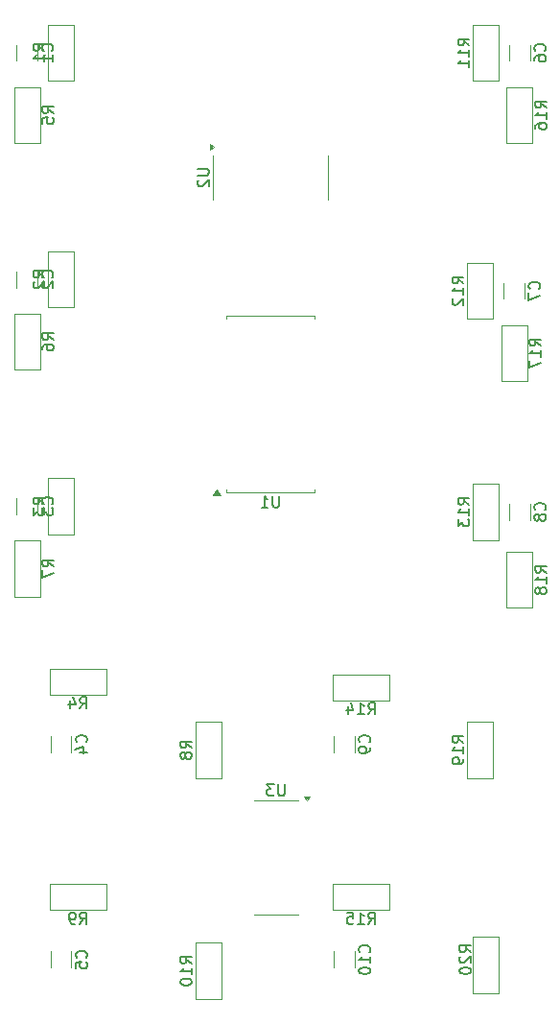
<source format=gbr>
%TF.GenerationSoftware,KiCad,Pcbnew,8.0.2*%
%TF.CreationDate,2024-08-19T17:56:03+02:00*%
%TF.ProjectId,Deck-Btns,4465636b-2d42-4746-9e73-2e6b69636164,rev?*%
%TF.SameCoordinates,Original*%
%TF.FileFunction,Legend,Bot*%
%TF.FilePolarity,Positive*%
%FSLAX46Y46*%
G04 Gerber Fmt 4.6, Leading zero omitted, Abs format (unit mm)*
G04 Created by KiCad (PCBNEW 8.0.2) date 2024-08-19 17:56:03*
%MOMM*%
%LPD*%
G01*
G04 APERTURE LIST*
%ADD10C,0.150000*%
%ADD11C,0.120000*%
G04 APERTURE END LIST*
D10*
X96261904Y-108554819D02*
X96261904Y-109364342D01*
X96261904Y-109364342D02*
X96214285Y-109459580D01*
X96214285Y-109459580D02*
X96166666Y-109507200D01*
X96166666Y-109507200D02*
X96071428Y-109554819D01*
X96071428Y-109554819D02*
X95880952Y-109554819D01*
X95880952Y-109554819D02*
X95785714Y-109507200D01*
X95785714Y-109507200D02*
X95738095Y-109459580D01*
X95738095Y-109459580D02*
X95690476Y-109364342D01*
X95690476Y-109364342D02*
X95690476Y-108554819D01*
X95309523Y-108554819D02*
X94690476Y-108554819D01*
X94690476Y-108554819D02*
X95023809Y-108935771D01*
X95023809Y-108935771D02*
X94880952Y-108935771D01*
X94880952Y-108935771D02*
X94785714Y-108983390D01*
X94785714Y-108983390D02*
X94738095Y-109031009D01*
X94738095Y-109031009D02*
X94690476Y-109126247D01*
X94690476Y-109126247D02*
X94690476Y-109364342D01*
X94690476Y-109364342D02*
X94738095Y-109459580D01*
X94738095Y-109459580D02*
X94785714Y-109507200D01*
X94785714Y-109507200D02*
X94880952Y-109554819D01*
X94880952Y-109554819D02*
X95166666Y-109554819D01*
X95166666Y-109554819D02*
X95261904Y-109507200D01*
X95261904Y-109507200D02*
X95309523Y-109459580D01*
X88554819Y-54238095D02*
X89364342Y-54238095D01*
X89364342Y-54238095D02*
X89459580Y-54285714D01*
X89459580Y-54285714D02*
X89507200Y-54333333D01*
X89507200Y-54333333D02*
X89554819Y-54428571D01*
X89554819Y-54428571D02*
X89554819Y-54619047D01*
X89554819Y-54619047D02*
X89507200Y-54714285D01*
X89507200Y-54714285D02*
X89459580Y-54761904D01*
X89459580Y-54761904D02*
X89364342Y-54809523D01*
X89364342Y-54809523D02*
X88554819Y-54809523D01*
X88650057Y-55238095D02*
X88602438Y-55285714D01*
X88602438Y-55285714D02*
X88554819Y-55380952D01*
X88554819Y-55380952D02*
X88554819Y-55619047D01*
X88554819Y-55619047D02*
X88602438Y-55714285D01*
X88602438Y-55714285D02*
X88650057Y-55761904D01*
X88650057Y-55761904D02*
X88745295Y-55809523D01*
X88745295Y-55809523D02*
X88840533Y-55809523D01*
X88840533Y-55809523D02*
X88983390Y-55761904D01*
X88983390Y-55761904D02*
X89554819Y-55190476D01*
X89554819Y-55190476D02*
X89554819Y-55809523D01*
X95761904Y-83104819D02*
X95761904Y-83914342D01*
X95761904Y-83914342D02*
X95714285Y-84009580D01*
X95714285Y-84009580D02*
X95666666Y-84057200D01*
X95666666Y-84057200D02*
X95571428Y-84104819D01*
X95571428Y-84104819D02*
X95380952Y-84104819D01*
X95380952Y-84104819D02*
X95285714Y-84057200D01*
X95285714Y-84057200D02*
X95238095Y-84009580D01*
X95238095Y-84009580D02*
X95190476Y-83914342D01*
X95190476Y-83914342D02*
X95190476Y-83104819D01*
X94190476Y-84104819D02*
X94761904Y-84104819D01*
X94476190Y-84104819D02*
X94476190Y-83104819D01*
X94476190Y-83104819D02*
X94571428Y-83247676D01*
X94571428Y-83247676D02*
X94666666Y-83342914D01*
X94666666Y-83342914D02*
X94761904Y-83390533D01*
X112704819Y-123357142D02*
X112228628Y-123023809D01*
X112704819Y-122785714D02*
X111704819Y-122785714D01*
X111704819Y-122785714D02*
X111704819Y-123166666D01*
X111704819Y-123166666D02*
X111752438Y-123261904D01*
X111752438Y-123261904D02*
X111800057Y-123309523D01*
X111800057Y-123309523D02*
X111895295Y-123357142D01*
X111895295Y-123357142D02*
X112038152Y-123357142D01*
X112038152Y-123357142D02*
X112133390Y-123309523D01*
X112133390Y-123309523D02*
X112181009Y-123261904D01*
X112181009Y-123261904D02*
X112228628Y-123166666D01*
X112228628Y-123166666D02*
X112228628Y-122785714D01*
X111800057Y-123738095D02*
X111752438Y-123785714D01*
X111752438Y-123785714D02*
X111704819Y-123880952D01*
X111704819Y-123880952D02*
X111704819Y-124119047D01*
X111704819Y-124119047D02*
X111752438Y-124214285D01*
X111752438Y-124214285D02*
X111800057Y-124261904D01*
X111800057Y-124261904D02*
X111895295Y-124309523D01*
X111895295Y-124309523D02*
X111990533Y-124309523D01*
X111990533Y-124309523D02*
X112133390Y-124261904D01*
X112133390Y-124261904D02*
X112704819Y-123690476D01*
X112704819Y-123690476D02*
X112704819Y-124309523D01*
X111704819Y-124928571D02*
X111704819Y-125023809D01*
X111704819Y-125023809D02*
X111752438Y-125119047D01*
X111752438Y-125119047D02*
X111800057Y-125166666D01*
X111800057Y-125166666D02*
X111895295Y-125214285D01*
X111895295Y-125214285D02*
X112085771Y-125261904D01*
X112085771Y-125261904D02*
X112323866Y-125261904D01*
X112323866Y-125261904D02*
X112514342Y-125214285D01*
X112514342Y-125214285D02*
X112609580Y-125166666D01*
X112609580Y-125166666D02*
X112657200Y-125119047D01*
X112657200Y-125119047D02*
X112704819Y-125023809D01*
X112704819Y-125023809D02*
X112704819Y-124928571D01*
X112704819Y-124928571D02*
X112657200Y-124833333D01*
X112657200Y-124833333D02*
X112609580Y-124785714D01*
X112609580Y-124785714D02*
X112514342Y-124738095D01*
X112514342Y-124738095D02*
X112323866Y-124690476D01*
X112323866Y-124690476D02*
X112085771Y-124690476D01*
X112085771Y-124690476D02*
X111895295Y-124738095D01*
X111895295Y-124738095D02*
X111800057Y-124785714D01*
X111800057Y-124785714D02*
X111752438Y-124833333D01*
X111752438Y-124833333D02*
X111704819Y-124928571D01*
X112049819Y-104857142D02*
X111573628Y-104523809D01*
X112049819Y-104285714D02*
X111049819Y-104285714D01*
X111049819Y-104285714D02*
X111049819Y-104666666D01*
X111049819Y-104666666D02*
X111097438Y-104761904D01*
X111097438Y-104761904D02*
X111145057Y-104809523D01*
X111145057Y-104809523D02*
X111240295Y-104857142D01*
X111240295Y-104857142D02*
X111383152Y-104857142D01*
X111383152Y-104857142D02*
X111478390Y-104809523D01*
X111478390Y-104809523D02*
X111526009Y-104761904D01*
X111526009Y-104761904D02*
X111573628Y-104666666D01*
X111573628Y-104666666D02*
X111573628Y-104285714D01*
X112049819Y-105809523D02*
X112049819Y-105238095D01*
X112049819Y-105523809D02*
X111049819Y-105523809D01*
X111049819Y-105523809D02*
X111192676Y-105428571D01*
X111192676Y-105428571D02*
X111287914Y-105333333D01*
X111287914Y-105333333D02*
X111335533Y-105238095D01*
X112049819Y-106285714D02*
X112049819Y-106476190D01*
X112049819Y-106476190D02*
X112002200Y-106571428D01*
X112002200Y-106571428D02*
X111954580Y-106619047D01*
X111954580Y-106619047D02*
X111811723Y-106714285D01*
X111811723Y-106714285D02*
X111621247Y-106761904D01*
X111621247Y-106761904D02*
X111240295Y-106761904D01*
X111240295Y-106761904D02*
X111145057Y-106714285D01*
X111145057Y-106714285D02*
X111097438Y-106666666D01*
X111097438Y-106666666D02*
X111049819Y-106571428D01*
X111049819Y-106571428D02*
X111049819Y-106380952D01*
X111049819Y-106380952D02*
X111097438Y-106285714D01*
X111097438Y-106285714D02*
X111145057Y-106238095D01*
X111145057Y-106238095D02*
X111240295Y-106190476D01*
X111240295Y-106190476D02*
X111478390Y-106190476D01*
X111478390Y-106190476D02*
X111573628Y-106238095D01*
X111573628Y-106238095D02*
X111621247Y-106285714D01*
X111621247Y-106285714D02*
X111668866Y-106380952D01*
X111668866Y-106380952D02*
X111668866Y-106571428D01*
X111668866Y-106571428D02*
X111621247Y-106666666D01*
X111621247Y-106666666D02*
X111573628Y-106714285D01*
X111573628Y-106714285D02*
X111478390Y-106761904D01*
X119359819Y-89857142D02*
X118883628Y-89523809D01*
X119359819Y-89285714D02*
X118359819Y-89285714D01*
X118359819Y-89285714D02*
X118359819Y-89666666D01*
X118359819Y-89666666D02*
X118407438Y-89761904D01*
X118407438Y-89761904D02*
X118455057Y-89809523D01*
X118455057Y-89809523D02*
X118550295Y-89857142D01*
X118550295Y-89857142D02*
X118693152Y-89857142D01*
X118693152Y-89857142D02*
X118788390Y-89809523D01*
X118788390Y-89809523D02*
X118836009Y-89761904D01*
X118836009Y-89761904D02*
X118883628Y-89666666D01*
X118883628Y-89666666D02*
X118883628Y-89285714D01*
X119359819Y-90809523D02*
X119359819Y-90238095D01*
X119359819Y-90523809D02*
X118359819Y-90523809D01*
X118359819Y-90523809D02*
X118502676Y-90428571D01*
X118502676Y-90428571D02*
X118597914Y-90333333D01*
X118597914Y-90333333D02*
X118645533Y-90238095D01*
X118788390Y-91380952D02*
X118740771Y-91285714D01*
X118740771Y-91285714D02*
X118693152Y-91238095D01*
X118693152Y-91238095D02*
X118597914Y-91190476D01*
X118597914Y-91190476D02*
X118550295Y-91190476D01*
X118550295Y-91190476D02*
X118455057Y-91238095D01*
X118455057Y-91238095D02*
X118407438Y-91285714D01*
X118407438Y-91285714D02*
X118359819Y-91380952D01*
X118359819Y-91380952D02*
X118359819Y-91571428D01*
X118359819Y-91571428D02*
X118407438Y-91666666D01*
X118407438Y-91666666D02*
X118455057Y-91714285D01*
X118455057Y-91714285D02*
X118550295Y-91761904D01*
X118550295Y-91761904D02*
X118597914Y-91761904D01*
X118597914Y-91761904D02*
X118693152Y-91714285D01*
X118693152Y-91714285D02*
X118740771Y-91666666D01*
X118740771Y-91666666D02*
X118788390Y-91571428D01*
X118788390Y-91571428D02*
X118788390Y-91380952D01*
X118788390Y-91380952D02*
X118836009Y-91285714D01*
X118836009Y-91285714D02*
X118883628Y-91238095D01*
X118883628Y-91238095D02*
X118978866Y-91190476D01*
X118978866Y-91190476D02*
X119169342Y-91190476D01*
X119169342Y-91190476D02*
X119264580Y-91238095D01*
X119264580Y-91238095D02*
X119312200Y-91285714D01*
X119312200Y-91285714D02*
X119359819Y-91380952D01*
X119359819Y-91380952D02*
X119359819Y-91571428D01*
X119359819Y-91571428D02*
X119312200Y-91666666D01*
X119312200Y-91666666D02*
X119264580Y-91714285D01*
X119264580Y-91714285D02*
X119169342Y-91761904D01*
X119169342Y-91761904D02*
X118978866Y-91761904D01*
X118978866Y-91761904D02*
X118883628Y-91714285D01*
X118883628Y-91714285D02*
X118836009Y-91666666D01*
X118836009Y-91666666D02*
X118788390Y-91571428D01*
X118859819Y-69857142D02*
X118383628Y-69523809D01*
X118859819Y-69285714D02*
X117859819Y-69285714D01*
X117859819Y-69285714D02*
X117859819Y-69666666D01*
X117859819Y-69666666D02*
X117907438Y-69761904D01*
X117907438Y-69761904D02*
X117955057Y-69809523D01*
X117955057Y-69809523D02*
X118050295Y-69857142D01*
X118050295Y-69857142D02*
X118193152Y-69857142D01*
X118193152Y-69857142D02*
X118288390Y-69809523D01*
X118288390Y-69809523D02*
X118336009Y-69761904D01*
X118336009Y-69761904D02*
X118383628Y-69666666D01*
X118383628Y-69666666D02*
X118383628Y-69285714D01*
X118859819Y-70809523D02*
X118859819Y-70238095D01*
X118859819Y-70523809D02*
X117859819Y-70523809D01*
X117859819Y-70523809D02*
X118002676Y-70428571D01*
X118002676Y-70428571D02*
X118097914Y-70333333D01*
X118097914Y-70333333D02*
X118145533Y-70238095D01*
X117859819Y-71142857D02*
X117859819Y-71809523D01*
X117859819Y-71809523D02*
X118859819Y-71380952D01*
X119359819Y-48857142D02*
X118883628Y-48523809D01*
X119359819Y-48285714D02*
X118359819Y-48285714D01*
X118359819Y-48285714D02*
X118359819Y-48666666D01*
X118359819Y-48666666D02*
X118407438Y-48761904D01*
X118407438Y-48761904D02*
X118455057Y-48809523D01*
X118455057Y-48809523D02*
X118550295Y-48857142D01*
X118550295Y-48857142D02*
X118693152Y-48857142D01*
X118693152Y-48857142D02*
X118788390Y-48809523D01*
X118788390Y-48809523D02*
X118836009Y-48761904D01*
X118836009Y-48761904D02*
X118883628Y-48666666D01*
X118883628Y-48666666D02*
X118883628Y-48285714D01*
X119359819Y-49809523D02*
X119359819Y-49238095D01*
X119359819Y-49523809D02*
X118359819Y-49523809D01*
X118359819Y-49523809D02*
X118502676Y-49428571D01*
X118502676Y-49428571D02*
X118597914Y-49333333D01*
X118597914Y-49333333D02*
X118645533Y-49238095D01*
X118359819Y-50666666D02*
X118359819Y-50476190D01*
X118359819Y-50476190D02*
X118407438Y-50380952D01*
X118407438Y-50380952D02*
X118455057Y-50333333D01*
X118455057Y-50333333D02*
X118597914Y-50238095D01*
X118597914Y-50238095D02*
X118788390Y-50190476D01*
X118788390Y-50190476D02*
X119169342Y-50190476D01*
X119169342Y-50190476D02*
X119264580Y-50238095D01*
X119264580Y-50238095D02*
X119312200Y-50285714D01*
X119312200Y-50285714D02*
X119359819Y-50380952D01*
X119359819Y-50380952D02*
X119359819Y-50571428D01*
X119359819Y-50571428D02*
X119312200Y-50666666D01*
X119312200Y-50666666D02*
X119264580Y-50714285D01*
X119264580Y-50714285D02*
X119169342Y-50761904D01*
X119169342Y-50761904D02*
X118931247Y-50761904D01*
X118931247Y-50761904D02*
X118836009Y-50714285D01*
X118836009Y-50714285D02*
X118788390Y-50666666D01*
X118788390Y-50666666D02*
X118740771Y-50571428D01*
X118740771Y-50571428D02*
X118740771Y-50380952D01*
X118740771Y-50380952D02*
X118788390Y-50285714D01*
X118788390Y-50285714D02*
X118836009Y-50238095D01*
X118836009Y-50238095D02*
X118931247Y-50190476D01*
X103642857Y-120859819D02*
X103976190Y-120383628D01*
X104214285Y-120859819D02*
X104214285Y-119859819D01*
X104214285Y-119859819D02*
X103833333Y-119859819D01*
X103833333Y-119859819D02*
X103738095Y-119907438D01*
X103738095Y-119907438D02*
X103690476Y-119955057D01*
X103690476Y-119955057D02*
X103642857Y-120050295D01*
X103642857Y-120050295D02*
X103642857Y-120193152D01*
X103642857Y-120193152D02*
X103690476Y-120288390D01*
X103690476Y-120288390D02*
X103738095Y-120336009D01*
X103738095Y-120336009D02*
X103833333Y-120383628D01*
X103833333Y-120383628D02*
X104214285Y-120383628D01*
X102690476Y-120859819D02*
X103261904Y-120859819D01*
X102976190Y-120859819D02*
X102976190Y-119859819D01*
X102976190Y-119859819D02*
X103071428Y-120002676D01*
X103071428Y-120002676D02*
X103166666Y-120097914D01*
X103166666Y-120097914D02*
X103261904Y-120145533D01*
X101785714Y-119859819D02*
X102261904Y-119859819D01*
X102261904Y-119859819D02*
X102309523Y-120336009D01*
X102309523Y-120336009D02*
X102261904Y-120288390D01*
X102261904Y-120288390D02*
X102166666Y-120240771D01*
X102166666Y-120240771D02*
X101928571Y-120240771D01*
X101928571Y-120240771D02*
X101833333Y-120288390D01*
X101833333Y-120288390D02*
X101785714Y-120336009D01*
X101785714Y-120336009D02*
X101738095Y-120431247D01*
X101738095Y-120431247D02*
X101738095Y-120669342D01*
X101738095Y-120669342D02*
X101785714Y-120764580D01*
X101785714Y-120764580D02*
X101833333Y-120812200D01*
X101833333Y-120812200D02*
X101928571Y-120859819D01*
X101928571Y-120859819D02*
X102166666Y-120859819D01*
X102166666Y-120859819D02*
X102261904Y-120812200D01*
X102261904Y-120812200D02*
X102309523Y-120764580D01*
X103642857Y-102359819D02*
X103976190Y-101883628D01*
X104214285Y-102359819D02*
X104214285Y-101359819D01*
X104214285Y-101359819D02*
X103833333Y-101359819D01*
X103833333Y-101359819D02*
X103738095Y-101407438D01*
X103738095Y-101407438D02*
X103690476Y-101455057D01*
X103690476Y-101455057D02*
X103642857Y-101550295D01*
X103642857Y-101550295D02*
X103642857Y-101693152D01*
X103642857Y-101693152D02*
X103690476Y-101788390D01*
X103690476Y-101788390D02*
X103738095Y-101836009D01*
X103738095Y-101836009D02*
X103833333Y-101883628D01*
X103833333Y-101883628D02*
X104214285Y-101883628D01*
X102690476Y-102359819D02*
X103261904Y-102359819D01*
X102976190Y-102359819D02*
X102976190Y-101359819D01*
X102976190Y-101359819D02*
X103071428Y-101502676D01*
X103071428Y-101502676D02*
X103166666Y-101597914D01*
X103166666Y-101597914D02*
X103261904Y-101645533D01*
X101833333Y-101693152D02*
X101833333Y-102359819D01*
X102071428Y-101312200D02*
X102309523Y-102026485D01*
X102309523Y-102026485D02*
X101690476Y-102026485D01*
X112549819Y-83857142D02*
X112073628Y-83523809D01*
X112549819Y-83285714D02*
X111549819Y-83285714D01*
X111549819Y-83285714D02*
X111549819Y-83666666D01*
X111549819Y-83666666D02*
X111597438Y-83761904D01*
X111597438Y-83761904D02*
X111645057Y-83809523D01*
X111645057Y-83809523D02*
X111740295Y-83857142D01*
X111740295Y-83857142D02*
X111883152Y-83857142D01*
X111883152Y-83857142D02*
X111978390Y-83809523D01*
X111978390Y-83809523D02*
X112026009Y-83761904D01*
X112026009Y-83761904D02*
X112073628Y-83666666D01*
X112073628Y-83666666D02*
X112073628Y-83285714D01*
X112549819Y-84809523D02*
X112549819Y-84238095D01*
X112549819Y-84523809D02*
X111549819Y-84523809D01*
X111549819Y-84523809D02*
X111692676Y-84428571D01*
X111692676Y-84428571D02*
X111787914Y-84333333D01*
X111787914Y-84333333D02*
X111835533Y-84238095D01*
X111549819Y-85142857D02*
X111549819Y-85761904D01*
X111549819Y-85761904D02*
X111930771Y-85428571D01*
X111930771Y-85428571D02*
X111930771Y-85571428D01*
X111930771Y-85571428D02*
X111978390Y-85666666D01*
X111978390Y-85666666D02*
X112026009Y-85714285D01*
X112026009Y-85714285D02*
X112121247Y-85761904D01*
X112121247Y-85761904D02*
X112359342Y-85761904D01*
X112359342Y-85761904D02*
X112454580Y-85714285D01*
X112454580Y-85714285D02*
X112502200Y-85666666D01*
X112502200Y-85666666D02*
X112549819Y-85571428D01*
X112549819Y-85571428D02*
X112549819Y-85285714D01*
X112549819Y-85285714D02*
X112502200Y-85190476D01*
X112502200Y-85190476D02*
X112454580Y-85142857D01*
X112049819Y-64357142D02*
X111573628Y-64023809D01*
X112049819Y-63785714D02*
X111049819Y-63785714D01*
X111049819Y-63785714D02*
X111049819Y-64166666D01*
X111049819Y-64166666D02*
X111097438Y-64261904D01*
X111097438Y-64261904D02*
X111145057Y-64309523D01*
X111145057Y-64309523D02*
X111240295Y-64357142D01*
X111240295Y-64357142D02*
X111383152Y-64357142D01*
X111383152Y-64357142D02*
X111478390Y-64309523D01*
X111478390Y-64309523D02*
X111526009Y-64261904D01*
X111526009Y-64261904D02*
X111573628Y-64166666D01*
X111573628Y-64166666D02*
X111573628Y-63785714D01*
X112049819Y-65309523D02*
X112049819Y-64738095D01*
X112049819Y-65023809D02*
X111049819Y-65023809D01*
X111049819Y-65023809D02*
X111192676Y-64928571D01*
X111192676Y-64928571D02*
X111287914Y-64833333D01*
X111287914Y-64833333D02*
X111335533Y-64738095D01*
X111145057Y-65690476D02*
X111097438Y-65738095D01*
X111097438Y-65738095D02*
X111049819Y-65833333D01*
X111049819Y-65833333D02*
X111049819Y-66071428D01*
X111049819Y-66071428D02*
X111097438Y-66166666D01*
X111097438Y-66166666D02*
X111145057Y-66214285D01*
X111145057Y-66214285D02*
X111240295Y-66261904D01*
X111240295Y-66261904D02*
X111335533Y-66261904D01*
X111335533Y-66261904D02*
X111478390Y-66214285D01*
X111478390Y-66214285D02*
X112049819Y-65642857D01*
X112049819Y-65642857D02*
X112049819Y-66261904D01*
X112549819Y-43357142D02*
X112073628Y-43023809D01*
X112549819Y-42785714D02*
X111549819Y-42785714D01*
X111549819Y-42785714D02*
X111549819Y-43166666D01*
X111549819Y-43166666D02*
X111597438Y-43261904D01*
X111597438Y-43261904D02*
X111645057Y-43309523D01*
X111645057Y-43309523D02*
X111740295Y-43357142D01*
X111740295Y-43357142D02*
X111883152Y-43357142D01*
X111883152Y-43357142D02*
X111978390Y-43309523D01*
X111978390Y-43309523D02*
X112026009Y-43261904D01*
X112026009Y-43261904D02*
X112073628Y-43166666D01*
X112073628Y-43166666D02*
X112073628Y-42785714D01*
X112549819Y-44309523D02*
X112549819Y-43738095D01*
X112549819Y-44023809D02*
X111549819Y-44023809D01*
X111549819Y-44023809D02*
X111692676Y-43928571D01*
X111692676Y-43928571D02*
X111787914Y-43833333D01*
X111787914Y-43833333D02*
X111835533Y-43738095D01*
X112549819Y-45261904D02*
X112549819Y-44690476D01*
X112549819Y-44976190D02*
X111549819Y-44976190D01*
X111549819Y-44976190D02*
X111692676Y-44880952D01*
X111692676Y-44880952D02*
X111787914Y-44785714D01*
X111787914Y-44785714D02*
X111835533Y-44690476D01*
X88049819Y-124357142D02*
X87573628Y-124023809D01*
X88049819Y-123785714D02*
X87049819Y-123785714D01*
X87049819Y-123785714D02*
X87049819Y-124166666D01*
X87049819Y-124166666D02*
X87097438Y-124261904D01*
X87097438Y-124261904D02*
X87145057Y-124309523D01*
X87145057Y-124309523D02*
X87240295Y-124357142D01*
X87240295Y-124357142D02*
X87383152Y-124357142D01*
X87383152Y-124357142D02*
X87478390Y-124309523D01*
X87478390Y-124309523D02*
X87526009Y-124261904D01*
X87526009Y-124261904D02*
X87573628Y-124166666D01*
X87573628Y-124166666D02*
X87573628Y-123785714D01*
X88049819Y-125309523D02*
X88049819Y-124738095D01*
X88049819Y-125023809D02*
X87049819Y-125023809D01*
X87049819Y-125023809D02*
X87192676Y-124928571D01*
X87192676Y-124928571D02*
X87287914Y-124833333D01*
X87287914Y-124833333D02*
X87335533Y-124738095D01*
X87049819Y-125928571D02*
X87049819Y-126023809D01*
X87049819Y-126023809D02*
X87097438Y-126119047D01*
X87097438Y-126119047D02*
X87145057Y-126166666D01*
X87145057Y-126166666D02*
X87240295Y-126214285D01*
X87240295Y-126214285D02*
X87430771Y-126261904D01*
X87430771Y-126261904D02*
X87668866Y-126261904D01*
X87668866Y-126261904D02*
X87859342Y-126214285D01*
X87859342Y-126214285D02*
X87954580Y-126166666D01*
X87954580Y-126166666D02*
X88002200Y-126119047D01*
X88002200Y-126119047D02*
X88049819Y-126023809D01*
X88049819Y-126023809D02*
X88049819Y-125928571D01*
X88049819Y-125928571D02*
X88002200Y-125833333D01*
X88002200Y-125833333D02*
X87954580Y-125785714D01*
X87954580Y-125785714D02*
X87859342Y-125738095D01*
X87859342Y-125738095D02*
X87668866Y-125690476D01*
X87668866Y-125690476D02*
X87430771Y-125690476D01*
X87430771Y-125690476D02*
X87240295Y-125738095D01*
X87240295Y-125738095D02*
X87145057Y-125785714D01*
X87145057Y-125785714D02*
X87097438Y-125833333D01*
X87097438Y-125833333D02*
X87049819Y-125928571D01*
X78166666Y-120859819D02*
X78499999Y-120383628D01*
X78738094Y-120859819D02*
X78738094Y-119859819D01*
X78738094Y-119859819D02*
X78357142Y-119859819D01*
X78357142Y-119859819D02*
X78261904Y-119907438D01*
X78261904Y-119907438D02*
X78214285Y-119955057D01*
X78214285Y-119955057D02*
X78166666Y-120050295D01*
X78166666Y-120050295D02*
X78166666Y-120193152D01*
X78166666Y-120193152D02*
X78214285Y-120288390D01*
X78214285Y-120288390D02*
X78261904Y-120336009D01*
X78261904Y-120336009D02*
X78357142Y-120383628D01*
X78357142Y-120383628D02*
X78738094Y-120383628D01*
X77690475Y-120859819D02*
X77499999Y-120859819D01*
X77499999Y-120859819D02*
X77404761Y-120812200D01*
X77404761Y-120812200D02*
X77357142Y-120764580D01*
X77357142Y-120764580D02*
X77261904Y-120621723D01*
X77261904Y-120621723D02*
X77214285Y-120431247D01*
X77214285Y-120431247D02*
X77214285Y-120050295D01*
X77214285Y-120050295D02*
X77261904Y-119955057D01*
X77261904Y-119955057D02*
X77309523Y-119907438D01*
X77309523Y-119907438D02*
X77404761Y-119859819D01*
X77404761Y-119859819D02*
X77595237Y-119859819D01*
X77595237Y-119859819D02*
X77690475Y-119907438D01*
X77690475Y-119907438D02*
X77738094Y-119955057D01*
X77738094Y-119955057D02*
X77785713Y-120050295D01*
X77785713Y-120050295D02*
X77785713Y-120288390D01*
X77785713Y-120288390D02*
X77738094Y-120383628D01*
X77738094Y-120383628D02*
X77690475Y-120431247D01*
X77690475Y-120431247D02*
X77595237Y-120478866D01*
X77595237Y-120478866D02*
X77404761Y-120478866D01*
X77404761Y-120478866D02*
X77309523Y-120431247D01*
X77309523Y-120431247D02*
X77261904Y-120383628D01*
X77261904Y-120383628D02*
X77214285Y-120288390D01*
X88049819Y-105333333D02*
X87573628Y-105000000D01*
X88049819Y-104761905D02*
X87049819Y-104761905D01*
X87049819Y-104761905D02*
X87049819Y-105142857D01*
X87049819Y-105142857D02*
X87097438Y-105238095D01*
X87097438Y-105238095D02*
X87145057Y-105285714D01*
X87145057Y-105285714D02*
X87240295Y-105333333D01*
X87240295Y-105333333D02*
X87383152Y-105333333D01*
X87383152Y-105333333D02*
X87478390Y-105285714D01*
X87478390Y-105285714D02*
X87526009Y-105238095D01*
X87526009Y-105238095D02*
X87573628Y-105142857D01*
X87573628Y-105142857D02*
X87573628Y-104761905D01*
X87478390Y-105904762D02*
X87430771Y-105809524D01*
X87430771Y-105809524D02*
X87383152Y-105761905D01*
X87383152Y-105761905D02*
X87287914Y-105714286D01*
X87287914Y-105714286D02*
X87240295Y-105714286D01*
X87240295Y-105714286D02*
X87145057Y-105761905D01*
X87145057Y-105761905D02*
X87097438Y-105809524D01*
X87097438Y-105809524D02*
X87049819Y-105904762D01*
X87049819Y-105904762D02*
X87049819Y-106095238D01*
X87049819Y-106095238D02*
X87097438Y-106190476D01*
X87097438Y-106190476D02*
X87145057Y-106238095D01*
X87145057Y-106238095D02*
X87240295Y-106285714D01*
X87240295Y-106285714D02*
X87287914Y-106285714D01*
X87287914Y-106285714D02*
X87383152Y-106238095D01*
X87383152Y-106238095D02*
X87430771Y-106190476D01*
X87430771Y-106190476D02*
X87478390Y-106095238D01*
X87478390Y-106095238D02*
X87478390Y-105904762D01*
X87478390Y-105904762D02*
X87526009Y-105809524D01*
X87526009Y-105809524D02*
X87573628Y-105761905D01*
X87573628Y-105761905D02*
X87668866Y-105714286D01*
X87668866Y-105714286D02*
X87859342Y-105714286D01*
X87859342Y-105714286D02*
X87954580Y-105761905D01*
X87954580Y-105761905D02*
X88002200Y-105809524D01*
X88002200Y-105809524D02*
X88049819Y-105904762D01*
X88049819Y-105904762D02*
X88049819Y-106095238D01*
X88049819Y-106095238D02*
X88002200Y-106190476D01*
X88002200Y-106190476D02*
X87954580Y-106238095D01*
X87954580Y-106238095D02*
X87859342Y-106285714D01*
X87859342Y-106285714D02*
X87668866Y-106285714D01*
X87668866Y-106285714D02*
X87573628Y-106238095D01*
X87573628Y-106238095D02*
X87526009Y-106190476D01*
X87526009Y-106190476D02*
X87478390Y-106095238D01*
X75859819Y-89333333D02*
X75383628Y-89000000D01*
X75859819Y-88761905D02*
X74859819Y-88761905D01*
X74859819Y-88761905D02*
X74859819Y-89142857D01*
X74859819Y-89142857D02*
X74907438Y-89238095D01*
X74907438Y-89238095D02*
X74955057Y-89285714D01*
X74955057Y-89285714D02*
X75050295Y-89333333D01*
X75050295Y-89333333D02*
X75193152Y-89333333D01*
X75193152Y-89333333D02*
X75288390Y-89285714D01*
X75288390Y-89285714D02*
X75336009Y-89238095D01*
X75336009Y-89238095D02*
X75383628Y-89142857D01*
X75383628Y-89142857D02*
X75383628Y-88761905D01*
X74859819Y-89666667D02*
X74859819Y-90333333D01*
X74859819Y-90333333D02*
X75859819Y-89904762D01*
X75859819Y-69333333D02*
X75383628Y-69000000D01*
X75859819Y-68761905D02*
X74859819Y-68761905D01*
X74859819Y-68761905D02*
X74859819Y-69142857D01*
X74859819Y-69142857D02*
X74907438Y-69238095D01*
X74907438Y-69238095D02*
X74955057Y-69285714D01*
X74955057Y-69285714D02*
X75050295Y-69333333D01*
X75050295Y-69333333D02*
X75193152Y-69333333D01*
X75193152Y-69333333D02*
X75288390Y-69285714D01*
X75288390Y-69285714D02*
X75336009Y-69238095D01*
X75336009Y-69238095D02*
X75383628Y-69142857D01*
X75383628Y-69142857D02*
X75383628Y-68761905D01*
X74859819Y-70190476D02*
X74859819Y-70000000D01*
X74859819Y-70000000D02*
X74907438Y-69904762D01*
X74907438Y-69904762D02*
X74955057Y-69857143D01*
X74955057Y-69857143D02*
X75097914Y-69761905D01*
X75097914Y-69761905D02*
X75288390Y-69714286D01*
X75288390Y-69714286D02*
X75669342Y-69714286D01*
X75669342Y-69714286D02*
X75764580Y-69761905D01*
X75764580Y-69761905D02*
X75812200Y-69809524D01*
X75812200Y-69809524D02*
X75859819Y-69904762D01*
X75859819Y-69904762D02*
X75859819Y-70095238D01*
X75859819Y-70095238D02*
X75812200Y-70190476D01*
X75812200Y-70190476D02*
X75764580Y-70238095D01*
X75764580Y-70238095D02*
X75669342Y-70285714D01*
X75669342Y-70285714D02*
X75431247Y-70285714D01*
X75431247Y-70285714D02*
X75336009Y-70238095D01*
X75336009Y-70238095D02*
X75288390Y-70190476D01*
X75288390Y-70190476D02*
X75240771Y-70095238D01*
X75240771Y-70095238D02*
X75240771Y-69904762D01*
X75240771Y-69904762D02*
X75288390Y-69809524D01*
X75288390Y-69809524D02*
X75336009Y-69761905D01*
X75336009Y-69761905D02*
X75431247Y-69714286D01*
X75859819Y-49333333D02*
X75383628Y-49000000D01*
X75859819Y-48761905D02*
X74859819Y-48761905D01*
X74859819Y-48761905D02*
X74859819Y-49142857D01*
X74859819Y-49142857D02*
X74907438Y-49238095D01*
X74907438Y-49238095D02*
X74955057Y-49285714D01*
X74955057Y-49285714D02*
X75050295Y-49333333D01*
X75050295Y-49333333D02*
X75193152Y-49333333D01*
X75193152Y-49333333D02*
X75288390Y-49285714D01*
X75288390Y-49285714D02*
X75336009Y-49238095D01*
X75336009Y-49238095D02*
X75383628Y-49142857D01*
X75383628Y-49142857D02*
X75383628Y-48761905D01*
X74859819Y-50238095D02*
X74859819Y-49761905D01*
X74859819Y-49761905D02*
X75336009Y-49714286D01*
X75336009Y-49714286D02*
X75288390Y-49761905D01*
X75288390Y-49761905D02*
X75240771Y-49857143D01*
X75240771Y-49857143D02*
X75240771Y-50095238D01*
X75240771Y-50095238D02*
X75288390Y-50190476D01*
X75288390Y-50190476D02*
X75336009Y-50238095D01*
X75336009Y-50238095D02*
X75431247Y-50285714D01*
X75431247Y-50285714D02*
X75669342Y-50285714D01*
X75669342Y-50285714D02*
X75764580Y-50238095D01*
X75764580Y-50238095D02*
X75812200Y-50190476D01*
X75812200Y-50190476D02*
X75859819Y-50095238D01*
X75859819Y-50095238D02*
X75859819Y-49857143D01*
X75859819Y-49857143D02*
X75812200Y-49761905D01*
X75812200Y-49761905D02*
X75764580Y-49714286D01*
X78166666Y-101859819D02*
X78499999Y-101383628D01*
X78738094Y-101859819D02*
X78738094Y-100859819D01*
X78738094Y-100859819D02*
X78357142Y-100859819D01*
X78357142Y-100859819D02*
X78261904Y-100907438D01*
X78261904Y-100907438D02*
X78214285Y-100955057D01*
X78214285Y-100955057D02*
X78166666Y-101050295D01*
X78166666Y-101050295D02*
X78166666Y-101193152D01*
X78166666Y-101193152D02*
X78214285Y-101288390D01*
X78214285Y-101288390D02*
X78261904Y-101336009D01*
X78261904Y-101336009D02*
X78357142Y-101383628D01*
X78357142Y-101383628D02*
X78738094Y-101383628D01*
X77309523Y-101193152D02*
X77309523Y-101859819D01*
X77547618Y-100812200D02*
X77785713Y-101526485D01*
X77785713Y-101526485D02*
X77166666Y-101526485D01*
X75049819Y-83833333D02*
X74573628Y-83500000D01*
X75049819Y-83261905D02*
X74049819Y-83261905D01*
X74049819Y-83261905D02*
X74049819Y-83642857D01*
X74049819Y-83642857D02*
X74097438Y-83738095D01*
X74097438Y-83738095D02*
X74145057Y-83785714D01*
X74145057Y-83785714D02*
X74240295Y-83833333D01*
X74240295Y-83833333D02*
X74383152Y-83833333D01*
X74383152Y-83833333D02*
X74478390Y-83785714D01*
X74478390Y-83785714D02*
X74526009Y-83738095D01*
X74526009Y-83738095D02*
X74573628Y-83642857D01*
X74573628Y-83642857D02*
X74573628Y-83261905D01*
X74049819Y-84166667D02*
X74049819Y-84785714D01*
X74049819Y-84785714D02*
X74430771Y-84452381D01*
X74430771Y-84452381D02*
X74430771Y-84595238D01*
X74430771Y-84595238D02*
X74478390Y-84690476D01*
X74478390Y-84690476D02*
X74526009Y-84738095D01*
X74526009Y-84738095D02*
X74621247Y-84785714D01*
X74621247Y-84785714D02*
X74859342Y-84785714D01*
X74859342Y-84785714D02*
X74954580Y-84738095D01*
X74954580Y-84738095D02*
X75002200Y-84690476D01*
X75002200Y-84690476D02*
X75049819Y-84595238D01*
X75049819Y-84595238D02*
X75049819Y-84309524D01*
X75049819Y-84309524D02*
X75002200Y-84214286D01*
X75002200Y-84214286D02*
X74954580Y-84166667D01*
X75049819Y-63833333D02*
X74573628Y-63500000D01*
X75049819Y-63261905D02*
X74049819Y-63261905D01*
X74049819Y-63261905D02*
X74049819Y-63642857D01*
X74049819Y-63642857D02*
X74097438Y-63738095D01*
X74097438Y-63738095D02*
X74145057Y-63785714D01*
X74145057Y-63785714D02*
X74240295Y-63833333D01*
X74240295Y-63833333D02*
X74383152Y-63833333D01*
X74383152Y-63833333D02*
X74478390Y-63785714D01*
X74478390Y-63785714D02*
X74526009Y-63738095D01*
X74526009Y-63738095D02*
X74573628Y-63642857D01*
X74573628Y-63642857D02*
X74573628Y-63261905D01*
X74145057Y-64214286D02*
X74097438Y-64261905D01*
X74097438Y-64261905D02*
X74049819Y-64357143D01*
X74049819Y-64357143D02*
X74049819Y-64595238D01*
X74049819Y-64595238D02*
X74097438Y-64690476D01*
X74097438Y-64690476D02*
X74145057Y-64738095D01*
X74145057Y-64738095D02*
X74240295Y-64785714D01*
X74240295Y-64785714D02*
X74335533Y-64785714D01*
X74335533Y-64785714D02*
X74478390Y-64738095D01*
X74478390Y-64738095D02*
X75049819Y-64166667D01*
X75049819Y-64166667D02*
X75049819Y-64785714D01*
X75049819Y-43833333D02*
X74573628Y-43500000D01*
X75049819Y-43261905D02*
X74049819Y-43261905D01*
X74049819Y-43261905D02*
X74049819Y-43642857D01*
X74049819Y-43642857D02*
X74097438Y-43738095D01*
X74097438Y-43738095D02*
X74145057Y-43785714D01*
X74145057Y-43785714D02*
X74240295Y-43833333D01*
X74240295Y-43833333D02*
X74383152Y-43833333D01*
X74383152Y-43833333D02*
X74478390Y-43785714D01*
X74478390Y-43785714D02*
X74526009Y-43738095D01*
X74526009Y-43738095D02*
X74573628Y-43642857D01*
X74573628Y-43642857D02*
X74573628Y-43261905D01*
X75049819Y-44785714D02*
X75049819Y-44214286D01*
X75049819Y-44500000D02*
X74049819Y-44500000D01*
X74049819Y-44500000D02*
X74192676Y-44404762D01*
X74192676Y-44404762D02*
X74287914Y-44309524D01*
X74287914Y-44309524D02*
X74335533Y-44214286D01*
X103709580Y-123357142D02*
X103757200Y-123309523D01*
X103757200Y-123309523D02*
X103804819Y-123166666D01*
X103804819Y-123166666D02*
X103804819Y-123071428D01*
X103804819Y-123071428D02*
X103757200Y-122928571D01*
X103757200Y-122928571D02*
X103661961Y-122833333D01*
X103661961Y-122833333D02*
X103566723Y-122785714D01*
X103566723Y-122785714D02*
X103376247Y-122738095D01*
X103376247Y-122738095D02*
X103233390Y-122738095D01*
X103233390Y-122738095D02*
X103042914Y-122785714D01*
X103042914Y-122785714D02*
X102947676Y-122833333D01*
X102947676Y-122833333D02*
X102852438Y-122928571D01*
X102852438Y-122928571D02*
X102804819Y-123071428D01*
X102804819Y-123071428D02*
X102804819Y-123166666D01*
X102804819Y-123166666D02*
X102852438Y-123309523D01*
X102852438Y-123309523D02*
X102900057Y-123357142D01*
X103804819Y-124309523D02*
X103804819Y-123738095D01*
X103804819Y-124023809D02*
X102804819Y-124023809D01*
X102804819Y-124023809D02*
X102947676Y-123928571D01*
X102947676Y-123928571D02*
X103042914Y-123833333D01*
X103042914Y-123833333D02*
X103090533Y-123738095D01*
X102804819Y-124928571D02*
X102804819Y-125023809D01*
X102804819Y-125023809D02*
X102852438Y-125119047D01*
X102852438Y-125119047D02*
X102900057Y-125166666D01*
X102900057Y-125166666D02*
X102995295Y-125214285D01*
X102995295Y-125214285D02*
X103185771Y-125261904D01*
X103185771Y-125261904D02*
X103423866Y-125261904D01*
X103423866Y-125261904D02*
X103614342Y-125214285D01*
X103614342Y-125214285D02*
X103709580Y-125166666D01*
X103709580Y-125166666D02*
X103757200Y-125119047D01*
X103757200Y-125119047D02*
X103804819Y-125023809D01*
X103804819Y-125023809D02*
X103804819Y-124928571D01*
X103804819Y-124928571D02*
X103757200Y-124833333D01*
X103757200Y-124833333D02*
X103709580Y-124785714D01*
X103709580Y-124785714D02*
X103614342Y-124738095D01*
X103614342Y-124738095D02*
X103423866Y-124690476D01*
X103423866Y-124690476D02*
X103185771Y-124690476D01*
X103185771Y-124690476D02*
X102995295Y-124738095D01*
X102995295Y-124738095D02*
X102900057Y-124785714D01*
X102900057Y-124785714D02*
X102852438Y-124833333D01*
X102852438Y-124833333D02*
X102804819Y-124928571D01*
X103709580Y-104833333D02*
X103757200Y-104785714D01*
X103757200Y-104785714D02*
X103804819Y-104642857D01*
X103804819Y-104642857D02*
X103804819Y-104547619D01*
X103804819Y-104547619D02*
X103757200Y-104404762D01*
X103757200Y-104404762D02*
X103661961Y-104309524D01*
X103661961Y-104309524D02*
X103566723Y-104261905D01*
X103566723Y-104261905D02*
X103376247Y-104214286D01*
X103376247Y-104214286D02*
X103233390Y-104214286D01*
X103233390Y-104214286D02*
X103042914Y-104261905D01*
X103042914Y-104261905D02*
X102947676Y-104309524D01*
X102947676Y-104309524D02*
X102852438Y-104404762D01*
X102852438Y-104404762D02*
X102804819Y-104547619D01*
X102804819Y-104547619D02*
X102804819Y-104642857D01*
X102804819Y-104642857D02*
X102852438Y-104785714D01*
X102852438Y-104785714D02*
X102900057Y-104833333D01*
X103804819Y-105309524D02*
X103804819Y-105500000D01*
X103804819Y-105500000D02*
X103757200Y-105595238D01*
X103757200Y-105595238D02*
X103709580Y-105642857D01*
X103709580Y-105642857D02*
X103566723Y-105738095D01*
X103566723Y-105738095D02*
X103376247Y-105785714D01*
X103376247Y-105785714D02*
X102995295Y-105785714D01*
X102995295Y-105785714D02*
X102900057Y-105738095D01*
X102900057Y-105738095D02*
X102852438Y-105690476D01*
X102852438Y-105690476D02*
X102804819Y-105595238D01*
X102804819Y-105595238D02*
X102804819Y-105404762D01*
X102804819Y-105404762D02*
X102852438Y-105309524D01*
X102852438Y-105309524D02*
X102900057Y-105261905D01*
X102900057Y-105261905D02*
X102995295Y-105214286D01*
X102995295Y-105214286D02*
X103233390Y-105214286D01*
X103233390Y-105214286D02*
X103328628Y-105261905D01*
X103328628Y-105261905D02*
X103376247Y-105309524D01*
X103376247Y-105309524D02*
X103423866Y-105404762D01*
X103423866Y-105404762D02*
X103423866Y-105595238D01*
X103423866Y-105595238D02*
X103376247Y-105690476D01*
X103376247Y-105690476D02*
X103328628Y-105738095D01*
X103328628Y-105738095D02*
X103233390Y-105785714D01*
X119209580Y-84333333D02*
X119257200Y-84285714D01*
X119257200Y-84285714D02*
X119304819Y-84142857D01*
X119304819Y-84142857D02*
X119304819Y-84047619D01*
X119304819Y-84047619D02*
X119257200Y-83904762D01*
X119257200Y-83904762D02*
X119161961Y-83809524D01*
X119161961Y-83809524D02*
X119066723Y-83761905D01*
X119066723Y-83761905D02*
X118876247Y-83714286D01*
X118876247Y-83714286D02*
X118733390Y-83714286D01*
X118733390Y-83714286D02*
X118542914Y-83761905D01*
X118542914Y-83761905D02*
X118447676Y-83809524D01*
X118447676Y-83809524D02*
X118352438Y-83904762D01*
X118352438Y-83904762D02*
X118304819Y-84047619D01*
X118304819Y-84047619D02*
X118304819Y-84142857D01*
X118304819Y-84142857D02*
X118352438Y-84285714D01*
X118352438Y-84285714D02*
X118400057Y-84333333D01*
X118733390Y-84904762D02*
X118685771Y-84809524D01*
X118685771Y-84809524D02*
X118638152Y-84761905D01*
X118638152Y-84761905D02*
X118542914Y-84714286D01*
X118542914Y-84714286D02*
X118495295Y-84714286D01*
X118495295Y-84714286D02*
X118400057Y-84761905D01*
X118400057Y-84761905D02*
X118352438Y-84809524D01*
X118352438Y-84809524D02*
X118304819Y-84904762D01*
X118304819Y-84904762D02*
X118304819Y-85095238D01*
X118304819Y-85095238D02*
X118352438Y-85190476D01*
X118352438Y-85190476D02*
X118400057Y-85238095D01*
X118400057Y-85238095D02*
X118495295Y-85285714D01*
X118495295Y-85285714D02*
X118542914Y-85285714D01*
X118542914Y-85285714D02*
X118638152Y-85238095D01*
X118638152Y-85238095D02*
X118685771Y-85190476D01*
X118685771Y-85190476D02*
X118733390Y-85095238D01*
X118733390Y-85095238D02*
X118733390Y-84904762D01*
X118733390Y-84904762D02*
X118781009Y-84809524D01*
X118781009Y-84809524D02*
X118828628Y-84761905D01*
X118828628Y-84761905D02*
X118923866Y-84714286D01*
X118923866Y-84714286D02*
X119114342Y-84714286D01*
X119114342Y-84714286D02*
X119209580Y-84761905D01*
X119209580Y-84761905D02*
X119257200Y-84809524D01*
X119257200Y-84809524D02*
X119304819Y-84904762D01*
X119304819Y-84904762D02*
X119304819Y-85095238D01*
X119304819Y-85095238D02*
X119257200Y-85190476D01*
X119257200Y-85190476D02*
X119209580Y-85238095D01*
X119209580Y-85238095D02*
X119114342Y-85285714D01*
X119114342Y-85285714D02*
X118923866Y-85285714D01*
X118923866Y-85285714D02*
X118828628Y-85238095D01*
X118828628Y-85238095D02*
X118781009Y-85190476D01*
X118781009Y-85190476D02*
X118733390Y-85095238D01*
X118709580Y-64833333D02*
X118757200Y-64785714D01*
X118757200Y-64785714D02*
X118804819Y-64642857D01*
X118804819Y-64642857D02*
X118804819Y-64547619D01*
X118804819Y-64547619D02*
X118757200Y-64404762D01*
X118757200Y-64404762D02*
X118661961Y-64309524D01*
X118661961Y-64309524D02*
X118566723Y-64261905D01*
X118566723Y-64261905D02*
X118376247Y-64214286D01*
X118376247Y-64214286D02*
X118233390Y-64214286D01*
X118233390Y-64214286D02*
X118042914Y-64261905D01*
X118042914Y-64261905D02*
X117947676Y-64309524D01*
X117947676Y-64309524D02*
X117852438Y-64404762D01*
X117852438Y-64404762D02*
X117804819Y-64547619D01*
X117804819Y-64547619D02*
X117804819Y-64642857D01*
X117804819Y-64642857D02*
X117852438Y-64785714D01*
X117852438Y-64785714D02*
X117900057Y-64833333D01*
X117804819Y-65166667D02*
X117804819Y-65833333D01*
X117804819Y-65833333D02*
X118804819Y-65404762D01*
X119209580Y-43833333D02*
X119257200Y-43785714D01*
X119257200Y-43785714D02*
X119304819Y-43642857D01*
X119304819Y-43642857D02*
X119304819Y-43547619D01*
X119304819Y-43547619D02*
X119257200Y-43404762D01*
X119257200Y-43404762D02*
X119161961Y-43309524D01*
X119161961Y-43309524D02*
X119066723Y-43261905D01*
X119066723Y-43261905D02*
X118876247Y-43214286D01*
X118876247Y-43214286D02*
X118733390Y-43214286D01*
X118733390Y-43214286D02*
X118542914Y-43261905D01*
X118542914Y-43261905D02*
X118447676Y-43309524D01*
X118447676Y-43309524D02*
X118352438Y-43404762D01*
X118352438Y-43404762D02*
X118304819Y-43547619D01*
X118304819Y-43547619D02*
X118304819Y-43642857D01*
X118304819Y-43642857D02*
X118352438Y-43785714D01*
X118352438Y-43785714D02*
X118400057Y-43833333D01*
X118304819Y-44690476D02*
X118304819Y-44500000D01*
X118304819Y-44500000D02*
X118352438Y-44404762D01*
X118352438Y-44404762D02*
X118400057Y-44357143D01*
X118400057Y-44357143D02*
X118542914Y-44261905D01*
X118542914Y-44261905D02*
X118733390Y-44214286D01*
X118733390Y-44214286D02*
X119114342Y-44214286D01*
X119114342Y-44214286D02*
X119209580Y-44261905D01*
X119209580Y-44261905D02*
X119257200Y-44309524D01*
X119257200Y-44309524D02*
X119304819Y-44404762D01*
X119304819Y-44404762D02*
X119304819Y-44595238D01*
X119304819Y-44595238D02*
X119257200Y-44690476D01*
X119257200Y-44690476D02*
X119209580Y-44738095D01*
X119209580Y-44738095D02*
X119114342Y-44785714D01*
X119114342Y-44785714D02*
X118876247Y-44785714D01*
X118876247Y-44785714D02*
X118781009Y-44738095D01*
X118781009Y-44738095D02*
X118733390Y-44690476D01*
X118733390Y-44690476D02*
X118685771Y-44595238D01*
X118685771Y-44595238D02*
X118685771Y-44404762D01*
X118685771Y-44404762D02*
X118733390Y-44309524D01*
X118733390Y-44309524D02*
X118781009Y-44261905D01*
X118781009Y-44261905D02*
X118876247Y-44214286D01*
X78709580Y-123833333D02*
X78757200Y-123785714D01*
X78757200Y-123785714D02*
X78804819Y-123642857D01*
X78804819Y-123642857D02*
X78804819Y-123547619D01*
X78804819Y-123547619D02*
X78757200Y-123404762D01*
X78757200Y-123404762D02*
X78661961Y-123309524D01*
X78661961Y-123309524D02*
X78566723Y-123261905D01*
X78566723Y-123261905D02*
X78376247Y-123214286D01*
X78376247Y-123214286D02*
X78233390Y-123214286D01*
X78233390Y-123214286D02*
X78042914Y-123261905D01*
X78042914Y-123261905D02*
X77947676Y-123309524D01*
X77947676Y-123309524D02*
X77852438Y-123404762D01*
X77852438Y-123404762D02*
X77804819Y-123547619D01*
X77804819Y-123547619D02*
X77804819Y-123642857D01*
X77804819Y-123642857D02*
X77852438Y-123785714D01*
X77852438Y-123785714D02*
X77900057Y-123833333D01*
X77804819Y-124738095D02*
X77804819Y-124261905D01*
X77804819Y-124261905D02*
X78281009Y-124214286D01*
X78281009Y-124214286D02*
X78233390Y-124261905D01*
X78233390Y-124261905D02*
X78185771Y-124357143D01*
X78185771Y-124357143D02*
X78185771Y-124595238D01*
X78185771Y-124595238D02*
X78233390Y-124690476D01*
X78233390Y-124690476D02*
X78281009Y-124738095D01*
X78281009Y-124738095D02*
X78376247Y-124785714D01*
X78376247Y-124785714D02*
X78614342Y-124785714D01*
X78614342Y-124785714D02*
X78709580Y-124738095D01*
X78709580Y-124738095D02*
X78757200Y-124690476D01*
X78757200Y-124690476D02*
X78804819Y-124595238D01*
X78804819Y-124595238D02*
X78804819Y-124357143D01*
X78804819Y-124357143D02*
X78757200Y-124261905D01*
X78757200Y-124261905D02*
X78709580Y-124214286D01*
X78709580Y-104833333D02*
X78757200Y-104785714D01*
X78757200Y-104785714D02*
X78804819Y-104642857D01*
X78804819Y-104642857D02*
X78804819Y-104547619D01*
X78804819Y-104547619D02*
X78757200Y-104404762D01*
X78757200Y-104404762D02*
X78661961Y-104309524D01*
X78661961Y-104309524D02*
X78566723Y-104261905D01*
X78566723Y-104261905D02*
X78376247Y-104214286D01*
X78376247Y-104214286D02*
X78233390Y-104214286D01*
X78233390Y-104214286D02*
X78042914Y-104261905D01*
X78042914Y-104261905D02*
X77947676Y-104309524D01*
X77947676Y-104309524D02*
X77852438Y-104404762D01*
X77852438Y-104404762D02*
X77804819Y-104547619D01*
X77804819Y-104547619D02*
X77804819Y-104642857D01*
X77804819Y-104642857D02*
X77852438Y-104785714D01*
X77852438Y-104785714D02*
X77900057Y-104833333D01*
X78138152Y-105690476D02*
X78804819Y-105690476D01*
X77757200Y-105452381D02*
X78471485Y-105214286D01*
X78471485Y-105214286D02*
X78471485Y-105833333D01*
X75709580Y-83833333D02*
X75757200Y-83785714D01*
X75757200Y-83785714D02*
X75804819Y-83642857D01*
X75804819Y-83642857D02*
X75804819Y-83547619D01*
X75804819Y-83547619D02*
X75757200Y-83404762D01*
X75757200Y-83404762D02*
X75661961Y-83309524D01*
X75661961Y-83309524D02*
X75566723Y-83261905D01*
X75566723Y-83261905D02*
X75376247Y-83214286D01*
X75376247Y-83214286D02*
X75233390Y-83214286D01*
X75233390Y-83214286D02*
X75042914Y-83261905D01*
X75042914Y-83261905D02*
X74947676Y-83309524D01*
X74947676Y-83309524D02*
X74852438Y-83404762D01*
X74852438Y-83404762D02*
X74804819Y-83547619D01*
X74804819Y-83547619D02*
X74804819Y-83642857D01*
X74804819Y-83642857D02*
X74852438Y-83785714D01*
X74852438Y-83785714D02*
X74900057Y-83833333D01*
X74804819Y-84166667D02*
X74804819Y-84785714D01*
X74804819Y-84785714D02*
X75185771Y-84452381D01*
X75185771Y-84452381D02*
X75185771Y-84595238D01*
X75185771Y-84595238D02*
X75233390Y-84690476D01*
X75233390Y-84690476D02*
X75281009Y-84738095D01*
X75281009Y-84738095D02*
X75376247Y-84785714D01*
X75376247Y-84785714D02*
X75614342Y-84785714D01*
X75614342Y-84785714D02*
X75709580Y-84738095D01*
X75709580Y-84738095D02*
X75757200Y-84690476D01*
X75757200Y-84690476D02*
X75804819Y-84595238D01*
X75804819Y-84595238D02*
X75804819Y-84309524D01*
X75804819Y-84309524D02*
X75757200Y-84214286D01*
X75757200Y-84214286D02*
X75709580Y-84166667D01*
X75709580Y-63833333D02*
X75757200Y-63785714D01*
X75757200Y-63785714D02*
X75804819Y-63642857D01*
X75804819Y-63642857D02*
X75804819Y-63547619D01*
X75804819Y-63547619D02*
X75757200Y-63404762D01*
X75757200Y-63404762D02*
X75661961Y-63309524D01*
X75661961Y-63309524D02*
X75566723Y-63261905D01*
X75566723Y-63261905D02*
X75376247Y-63214286D01*
X75376247Y-63214286D02*
X75233390Y-63214286D01*
X75233390Y-63214286D02*
X75042914Y-63261905D01*
X75042914Y-63261905D02*
X74947676Y-63309524D01*
X74947676Y-63309524D02*
X74852438Y-63404762D01*
X74852438Y-63404762D02*
X74804819Y-63547619D01*
X74804819Y-63547619D02*
X74804819Y-63642857D01*
X74804819Y-63642857D02*
X74852438Y-63785714D01*
X74852438Y-63785714D02*
X74900057Y-63833333D01*
X74900057Y-64214286D02*
X74852438Y-64261905D01*
X74852438Y-64261905D02*
X74804819Y-64357143D01*
X74804819Y-64357143D02*
X74804819Y-64595238D01*
X74804819Y-64595238D02*
X74852438Y-64690476D01*
X74852438Y-64690476D02*
X74900057Y-64738095D01*
X74900057Y-64738095D02*
X74995295Y-64785714D01*
X74995295Y-64785714D02*
X75090533Y-64785714D01*
X75090533Y-64785714D02*
X75233390Y-64738095D01*
X75233390Y-64738095D02*
X75804819Y-64166667D01*
X75804819Y-64166667D02*
X75804819Y-64785714D01*
X75709580Y-43833333D02*
X75757200Y-43785714D01*
X75757200Y-43785714D02*
X75804819Y-43642857D01*
X75804819Y-43642857D02*
X75804819Y-43547619D01*
X75804819Y-43547619D02*
X75757200Y-43404762D01*
X75757200Y-43404762D02*
X75661961Y-43309524D01*
X75661961Y-43309524D02*
X75566723Y-43261905D01*
X75566723Y-43261905D02*
X75376247Y-43214286D01*
X75376247Y-43214286D02*
X75233390Y-43214286D01*
X75233390Y-43214286D02*
X75042914Y-43261905D01*
X75042914Y-43261905D02*
X74947676Y-43309524D01*
X74947676Y-43309524D02*
X74852438Y-43404762D01*
X74852438Y-43404762D02*
X74804819Y-43547619D01*
X74804819Y-43547619D02*
X74804819Y-43642857D01*
X74804819Y-43642857D02*
X74852438Y-43785714D01*
X74852438Y-43785714D02*
X74900057Y-43833333D01*
X75804819Y-44785714D02*
X75804819Y-44214286D01*
X75804819Y-44500000D02*
X74804819Y-44500000D01*
X74804819Y-44500000D02*
X74947676Y-44404762D01*
X74947676Y-44404762D02*
X75042914Y-44309524D01*
X75042914Y-44309524D02*
X75090533Y-44214286D01*
D11*
%TO.C,U3*%
X97450000Y-109940000D02*
X95500000Y-109940000D01*
X93550000Y-109940000D02*
X95500000Y-109940000D01*
X97450000Y-120060000D02*
X95500000Y-120060000D01*
X93550000Y-120060000D02*
X95500000Y-120060000D01*
X98200000Y-109995000D02*
X97960000Y-109665000D01*
X98440000Y-109665000D01*
X98200000Y-109995000D01*
G36*
X98200000Y-109995000D02*
G01*
X97960000Y-109665000D01*
X98440000Y-109665000D01*
X98200000Y-109995000D01*
G37*
%TO.C,U2*%
X89940000Y-53050000D02*
X89940000Y-55000000D01*
X89940000Y-56950000D02*
X89940000Y-55000000D01*
X100060000Y-53050000D02*
X100060000Y-55000000D01*
X100060000Y-56950000D02*
X100060000Y-55000000D01*
X89995000Y-52300000D02*
X89665000Y-52540000D01*
X89665000Y-52060000D01*
X89995000Y-52300000D01*
G36*
X89995000Y-52300000D02*
G01*
X89665000Y-52540000D01*
X89665000Y-52060000D01*
X89995000Y-52300000D01*
G37*
%TO.C,U1*%
X91140000Y-82545000D02*
X91140000Y-82810000D01*
X91140000Y-67455000D02*
X91140000Y-67190000D01*
X91140000Y-82810000D02*
X95000000Y-82810000D01*
X98860000Y-82810000D02*
X95000000Y-82810000D01*
X91140000Y-67190000D02*
X95000000Y-67190000D01*
X98860000Y-67190000D02*
X95000000Y-67190000D01*
X98860000Y-82545000D02*
X98860000Y-82810000D01*
X98860000Y-67455000D02*
X98860000Y-67190000D01*
X90627500Y-83015000D02*
X89947500Y-83015000D01*
X90287500Y-82545000D01*
X90627500Y-83015000D01*
G36*
X90627500Y-83015000D02*
G01*
X89947500Y-83015000D01*
X90287500Y-82545000D01*
X90627500Y-83015000D01*
G37*
%TO.C,R20*%
X112857000Y-126976500D02*
X115143000Y-126976500D01*
X115143000Y-126976500D02*
X115143000Y-122023500D01*
X115143000Y-122023500D02*
X112857000Y-122023500D01*
X112857000Y-122023500D02*
X112857000Y-126976500D01*
%TO.C,R19*%
X112357000Y-107976500D02*
X114643000Y-107976500D01*
X114643000Y-107976500D02*
X114643000Y-103023500D01*
X114643000Y-103023500D02*
X112357000Y-103023500D01*
X112357000Y-103023500D02*
X112357000Y-107976500D01*
%TO.C,R18*%
X118143000Y-88023500D02*
X115857000Y-88023500D01*
X115857000Y-88023500D02*
X115857000Y-92976500D01*
X115857000Y-92976500D02*
X118143000Y-92976500D01*
X118143000Y-92976500D02*
X118143000Y-88023500D01*
%TO.C,R17*%
X117643000Y-68023500D02*
X115357000Y-68023500D01*
X115357000Y-68023500D02*
X115357000Y-72976500D01*
X115357000Y-72976500D02*
X117643000Y-72976500D01*
X117643000Y-72976500D02*
X117643000Y-68023500D01*
%TO.C,R16*%
X118143000Y-47023500D02*
X115857000Y-47023500D01*
X115857000Y-47023500D02*
X115857000Y-51976500D01*
X115857000Y-51976500D02*
X118143000Y-51976500D01*
X118143000Y-51976500D02*
X118143000Y-47023500D01*
%TO.C,R15*%
X105476500Y-119643000D02*
X105476500Y-117357000D01*
X105476500Y-117357000D02*
X100523500Y-117357000D01*
X100523500Y-117357000D02*
X100523500Y-119643000D01*
X100523500Y-119643000D02*
X105476500Y-119643000D01*
%TO.C,R14*%
X105476500Y-101143000D02*
X105476500Y-98857000D01*
X105476500Y-98857000D02*
X100523500Y-98857000D01*
X100523500Y-98857000D02*
X100523500Y-101143000D01*
X100523500Y-101143000D02*
X105476500Y-101143000D01*
%TO.C,R13*%
X112857000Y-86976500D02*
X115143000Y-86976500D01*
X115143000Y-86976500D02*
X115143000Y-82023500D01*
X115143000Y-82023500D02*
X112857000Y-82023500D01*
X112857000Y-82023500D02*
X112857000Y-86976500D01*
%TO.C,R12*%
X112357000Y-67476500D02*
X114643000Y-67476500D01*
X114643000Y-67476500D02*
X114643000Y-62523500D01*
X114643000Y-62523500D02*
X112357000Y-62523500D01*
X112357000Y-62523500D02*
X112357000Y-67476500D01*
%TO.C,R11*%
X112857000Y-46476500D02*
X115143000Y-46476500D01*
X115143000Y-46476500D02*
X115143000Y-41523500D01*
X115143000Y-41523500D02*
X112857000Y-41523500D01*
X112857000Y-41523500D02*
X112857000Y-46476500D01*
%TO.C,R10*%
X88357000Y-127476500D02*
X90643000Y-127476500D01*
X90643000Y-127476500D02*
X90643000Y-122523500D01*
X90643000Y-122523500D02*
X88357000Y-122523500D01*
X88357000Y-122523500D02*
X88357000Y-127476500D01*
%TO.C,R9*%
X80476500Y-119643000D02*
X80476500Y-117357000D01*
X80476500Y-117357000D02*
X75523500Y-117357000D01*
X75523500Y-117357000D02*
X75523500Y-119643000D01*
X75523500Y-119643000D02*
X80476500Y-119643000D01*
%TO.C,R8*%
X88357000Y-107976500D02*
X90643000Y-107976500D01*
X90643000Y-107976500D02*
X90643000Y-103023500D01*
X90643000Y-103023500D02*
X88357000Y-103023500D01*
X88357000Y-103023500D02*
X88357000Y-107976500D01*
%TO.C,R7*%
X74643000Y-87023500D02*
X72357000Y-87023500D01*
X72357000Y-87023500D02*
X72357000Y-91976500D01*
X72357000Y-91976500D02*
X74643000Y-91976500D01*
X74643000Y-91976500D02*
X74643000Y-87023500D01*
%TO.C,R6*%
X74643000Y-67023500D02*
X72357000Y-67023500D01*
X72357000Y-67023500D02*
X72357000Y-71976500D01*
X72357000Y-71976500D02*
X74643000Y-71976500D01*
X74643000Y-71976500D02*
X74643000Y-67023500D01*
%TO.C,R5*%
X74643000Y-47023500D02*
X72357000Y-47023500D01*
X72357000Y-47023500D02*
X72357000Y-51976500D01*
X72357000Y-51976500D02*
X74643000Y-51976500D01*
X74643000Y-51976500D02*
X74643000Y-47023500D01*
%TO.C,R4*%
X80476500Y-100643000D02*
X80476500Y-98357000D01*
X80476500Y-98357000D02*
X75523500Y-98357000D01*
X75523500Y-98357000D02*
X75523500Y-100643000D01*
X75523500Y-100643000D02*
X80476500Y-100643000D01*
%TO.C,R3*%
X75357000Y-86476500D02*
X77643000Y-86476500D01*
X77643000Y-86476500D02*
X77643000Y-81523500D01*
X77643000Y-81523500D02*
X75357000Y-81523500D01*
X75357000Y-81523500D02*
X75357000Y-86476500D01*
%TO.C,R2*%
X75357000Y-66476500D02*
X77643000Y-66476500D01*
X77643000Y-66476500D02*
X77643000Y-61523500D01*
X77643000Y-61523500D02*
X75357000Y-61523500D01*
X75357000Y-61523500D02*
X75357000Y-66476500D01*
%TO.C,R1*%
X75357000Y-46476500D02*
X77643000Y-46476500D01*
X77643000Y-46476500D02*
X77643000Y-41523500D01*
X77643000Y-41523500D02*
X75357000Y-41523500D01*
X75357000Y-41523500D02*
X75357000Y-46476500D01*
%TO.C,C10*%
X102410000Y-123288748D02*
X102410000Y-124711252D01*
X100590000Y-123288748D02*
X100590000Y-124711252D01*
%TO.C,C9*%
X102410000Y-104288748D02*
X102410000Y-105711252D01*
X100590000Y-104288748D02*
X100590000Y-105711252D01*
%TO.C,C8*%
X117910000Y-83788748D02*
X117910000Y-85211252D01*
X116090000Y-83788748D02*
X116090000Y-85211252D01*
%TO.C,C7*%
X117410000Y-64288748D02*
X117410000Y-65711252D01*
X115590000Y-64288748D02*
X115590000Y-65711252D01*
%TO.C,C6*%
X117910000Y-43288748D02*
X117910000Y-44711252D01*
X116090000Y-43288748D02*
X116090000Y-44711252D01*
%TO.C,C5*%
X77410000Y-123288748D02*
X77410000Y-124711252D01*
X75590000Y-123288748D02*
X75590000Y-124711252D01*
%TO.C,C4*%
X77410000Y-104288748D02*
X77410000Y-105711252D01*
X75590000Y-104288748D02*
X75590000Y-105711252D01*
%TO.C,C3*%
X74410000Y-83288748D02*
X74410000Y-84711252D01*
X72590000Y-83288748D02*
X72590000Y-84711252D01*
%TO.C,C2*%
X74410000Y-63288748D02*
X74410000Y-64711252D01*
X72590000Y-63288748D02*
X72590000Y-64711252D01*
%TO.C,C1*%
X74410000Y-43288748D02*
X74410000Y-44711252D01*
X72590000Y-43288748D02*
X72590000Y-44711252D01*
%TD*%
M02*

</source>
